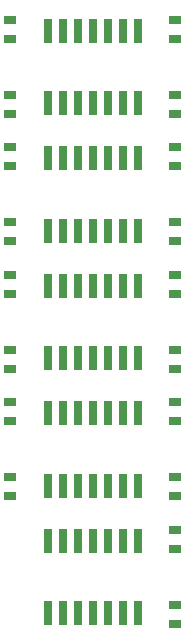
<source format=gbr>
G04 EAGLE Gerber RS-274X export*
G75*
%MOMM*%
%FSLAX34Y34*%
%LPD*%
%INSolderpaste Top*%
%IPPOS*%
%AMOC8*
5,1,8,0,0,1.08239X$1,22.5*%
G01*
G04 Define Apertures*
%ADD10R,0.660400X2.032000*%
%ADD11R,0.973900X0.798700*%
D10*
X190500Y528066D03*
X190500Y589534D03*
X203200Y528066D03*
X215900Y528066D03*
X203200Y589534D03*
X215900Y589534D03*
X228600Y528066D03*
X228600Y589534D03*
X241300Y528066D03*
X254000Y528066D03*
X241300Y589534D03*
X254000Y589534D03*
X266700Y528066D03*
X266700Y589534D03*
X190500Y420116D03*
X190500Y481584D03*
X203200Y420116D03*
X215900Y420116D03*
X203200Y481584D03*
X215900Y481584D03*
X228600Y420116D03*
X228600Y481584D03*
X241300Y420116D03*
X254000Y420116D03*
X241300Y481584D03*
X254000Y481584D03*
X266700Y420116D03*
X266700Y481584D03*
X190500Y312166D03*
X190500Y373634D03*
X203200Y312166D03*
X215900Y312166D03*
X203200Y373634D03*
X215900Y373634D03*
X228600Y312166D03*
X228600Y373634D03*
X241300Y312166D03*
X254000Y312166D03*
X241300Y373634D03*
X254000Y373634D03*
X266700Y312166D03*
X266700Y373634D03*
X190500Y204216D03*
X190500Y265684D03*
X203200Y204216D03*
X215900Y204216D03*
X203200Y265684D03*
X215900Y265684D03*
X228600Y204216D03*
X228600Y265684D03*
X241300Y204216D03*
X254000Y204216D03*
X241300Y265684D03*
X254000Y265684D03*
X266700Y204216D03*
X266700Y265684D03*
X190500Y96266D03*
X190500Y157734D03*
X203200Y96266D03*
X215900Y96266D03*
X203200Y157734D03*
X215900Y157734D03*
X228600Y96266D03*
X228600Y157734D03*
X241300Y96266D03*
X254000Y96266D03*
X241300Y157734D03*
X254000Y157734D03*
X266700Y96266D03*
X266700Y157734D03*
D11*
X158750Y518898D03*
X158750Y535202D03*
X298450Y427252D03*
X298450Y410948D03*
X298450Y302998D03*
X298450Y319302D03*
X298450Y382802D03*
X298450Y366498D03*
X158750Y211352D03*
X158750Y195048D03*
X158750Y274852D03*
X158750Y258548D03*
X298450Y195048D03*
X298450Y211352D03*
X298450Y274852D03*
X298450Y258548D03*
X298450Y166902D03*
X298450Y150598D03*
X298450Y87098D03*
X298450Y103402D03*
X158750Y598702D03*
X158750Y582398D03*
X298450Y535202D03*
X298450Y518898D03*
X298450Y598702D03*
X298450Y582398D03*
X158750Y490752D03*
X158750Y474448D03*
X298450Y474448D03*
X298450Y490752D03*
X158750Y427252D03*
X158750Y410948D03*
X158750Y366498D03*
X158750Y382802D03*
X158750Y302998D03*
X158750Y319302D03*
M02*

</source>
